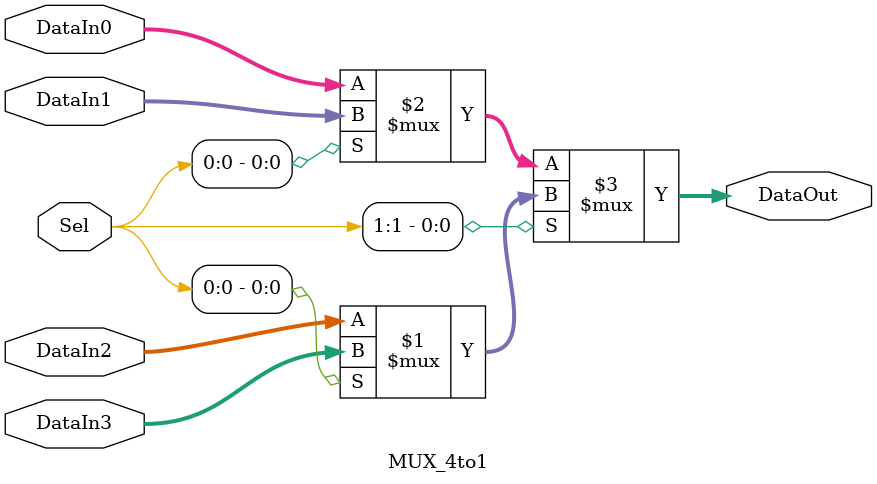
<source format=v>
`timescale 1ns/1ns

module MUX_4to1( Sel, DataIn0, DataIn1, DataIn2, DataIn3, DataOut );
  //四個進來選一個出去

  input [31:0] DataIn0 ;
  input [31:0] DataIn1 ;
  input [31:0] DataIn2 ;
  input [31:0] DataIn3 ;
  input [1:0] Sel ;

  output [31:0] DataOut ;

  assign DataOut = Sel[1] ? ( Sel[0] ? DataIn3 : DataIn2 ) : ( Sel[0] ? DataIn1 : DataIn0 );

endmodule
</source>
